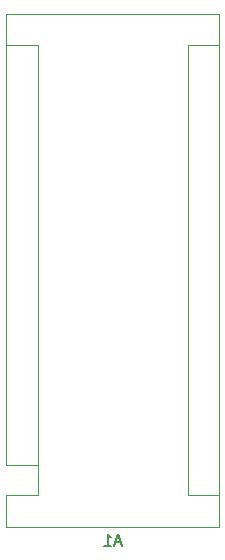
<source format=gbr>
G04 #@! TF.GenerationSoftware,KiCad,Pcbnew,(5.1.6-0-10_14)*
G04 #@! TF.CreationDate,2020-07-14T21:26:00+02:00*
G04 #@! TF.ProjectId,can-ortholinear-keyboard,63616e2d-6f72-4746-986f-6c696e656172,0.1*
G04 #@! TF.SameCoordinates,Original*
G04 #@! TF.FileFunction,Legend,Bot*
G04 #@! TF.FilePolarity,Positive*
%FSLAX46Y46*%
G04 Gerber Fmt 4.6, Leading zero omitted, Abs format (unit mm)*
G04 Created by KiCad (PCBNEW (5.1.6-0-10_14)) date 2020-07-14 21:26:00*
%MOMM*%
%LPD*%
G01*
G04 APERTURE LIST*
%ADD10C,0.120000*%
%ADD11C,0.150000*%
G04 APERTURE END LIST*
D10*
X175768000Y-71882000D02*
X175768000Y-74422000D01*
X175768000Y-74422000D02*
X173098000Y-74422000D01*
X173098000Y-71882000D02*
X173098000Y-33652000D01*
X173098000Y-77092000D02*
X173098000Y-74422000D01*
X188468000Y-74422000D02*
X191138000Y-74422000D01*
X188468000Y-74422000D02*
X188468000Y-36322000D01*
X188468000Y-36322000D02*
X191138000Y-36322000D01*
X175768000Y-71882000D02*
X173098000Y-71882000D01*
X175768000Y-71882000D02*
X175768000Y-36322000D01*
X175768000Y-36322000D02*
X173098000Y-36322000D01*
X173098000Y-33652000D02*
X191138000Y-33652000D01*
X191138000Y-33652000D02*
X191138000Y-77092000D01*
X191138000Y-77092000D02*
X173098000Y-77092000D01*
D11*
X182832285Y-78398666D02*
X182356095Y-78398666D01*
X182927523Y-78684380D02*
X182594190Y-77684380D01*
X182260857Y-78684380D01*
X181403714Y-78684380D02*
X181975142Y-78684380D01*
X181689428Y-78684380D02*
X181689428Y-77684380D01*
X181784666Y-77827238D01*
X181879904Y-77922476D01*
X181975142Y-77970095D01*
M02*

</source>
